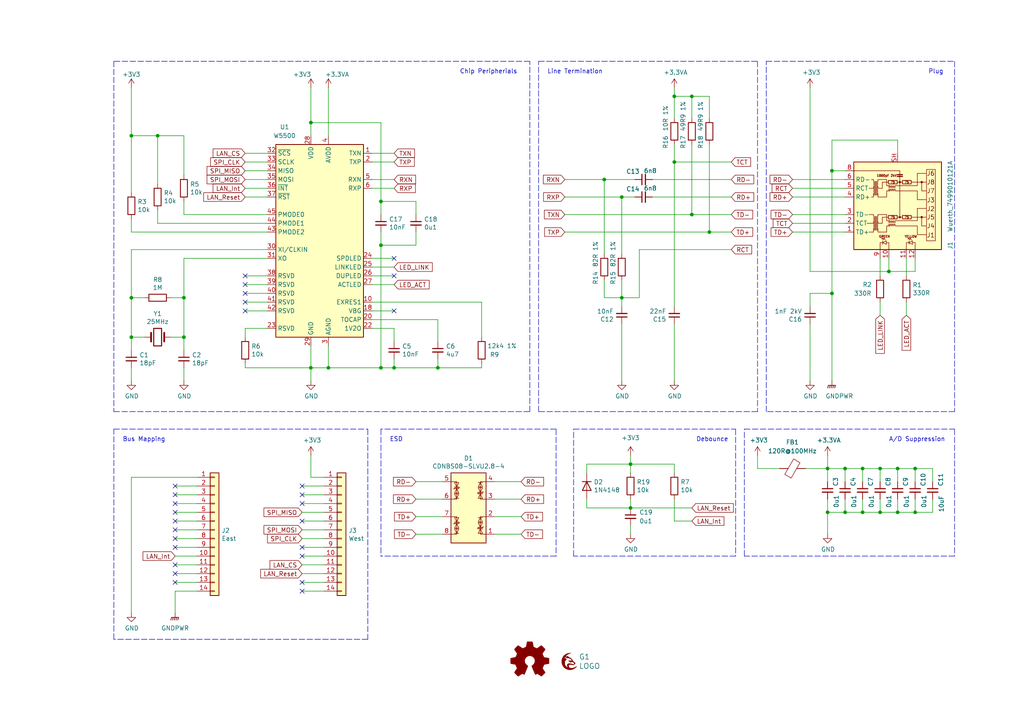
<source format=kicad_sch>
(kicad_sch (version 20211123) (generator eeschema)
  (paper "A4")
  (title_block (title "Inoa Satelite Ethernet Extension") (date "2021-11-11") (rev "2.0") (company "GrayC GmbH") (comment 1 "Fabian Schlegel") (comment 3 "W5500 EThernet Chip") (comment 4 "Ethernet Communication Module for Satellite"))
  (lib_symbols
    (symbol "Connector:Wuerth_7499010121A"
      (property "Reference" "J" (at 12.7 13.97 0))
      (property "Value" "Wuerth_7499010121A" (at 0 -16.51 0))
      (symbol "Wuerth_7499010121A_0_0"
        (text "1000pF 2kV" (at 3.175 -8.763 0) (effects (font (size 0.635 0.635))))
        (text "75" (at -2.667 -6.858 0) (effects (font (size 0.635 0.635))))
        (text "75" (at -2.667 3.302 0) (effects (font (size 0.635 0.635))))
        (text "75" (at 1.397 -6.858 0) (effects (font (size 0.635 0.635))))
        (text "75" (at 1.397 3.302 0) (effects (font (size 0.635 0.635))))
        (text "GREEN" (at 3.81 8.89 0) (effects (font (size 0.635 0.635))))
        (text "J1" (at -10.795 8.509 0) (effects (font (size 1.27 1.27)) (justify left)))
        (text "J2" (at -10.795 0.889 0) (effects (font (size 1.27 1.27)) (justify left)))
        (text "J3" (at -10.795 -1.651 0) (effects (font (size 1.27 1.27)) (justify left)))
        (text "J4" (at -10.795 5.842 0) (effects (font (size 1.27 1.27)) (justify left)))
        (text "J5" (at -10.795 3.302 0) (effects (font (size 1.27 1.27)) (justify left)))
        (text "J6" (at -10.795 -9.398 0) (effects (font (size 1.27 1.27)) (justify left)))
        (text "J7" (at -10.795 -4.318 0) (effects (font (size 1.27 1.27)) (justify left)))
        (text "J8" (at -10.795 -6.858 0) (effects (font (size 1.27 1.27)) (justify left)))
        (text "YELLOW" (at -3.81 8.89 0) (effects (font (size 0.635 0.635))))
      )
      (symbol "Wuerth_7499010121A_1_1"
        (pin passive line (at 15.24 7.62 180) (length 2.54) (name "TD+") (number "1"))
        (pin passive line (at 2.54 15.24 270) (length 2.54) (name "~") (number "10"))
        (pin passive line (at -2.54 15.24 270) (length 2.54) (name "~") (number "11"))
        (pin passive line (at -5.08 15.24 270) (length 2.54) (name "~") (number "12"))
        (pin passive line (at 15.24 5.08 180) (length 2.54) (name "TCT") (number "2"))
        (pin passive line (at 15.24 2.54 180) (length 2.54) (name "TD-") (number "3"))
        (pin passive line (at 15.24 -2.54 180) (length 2.54) (name "RD+") (number "4"))
        (pin passive line (at 15.24 -5.08 180) (length 2.54) (name "RCT") (number "5"))
        (pin passive line (at 15.24 -7.62 180) (length 2.54) (name "RD-") (number "6"))
        (pin passive line (at 15.24 -10.16 180) (length 2.54) (name "~") (number "8"))
        (pin passive line (at 5.08 15.24 270) (length 2.54) (name "~") (number "9"))
        (pin passive line (at 0 -15.24 90) (length 2.54) (name "~") (number "SH"))
      )
    )
    (symbol "Connector_Generic:Conn_01x14" (pin_names (offset 1.016) hide)
      (property "Reference" "J" (at 0 17.78 0))
      (property "Value" "Conn_01x14" (at 0 -20.32 0))
      (symbol "Conn_01x14_1_1"
        (pin passive line (at -5.08 15.24 0) (length 3.81) (name "Pin_1") (number "1"))
        (pin passive line (at -5.08 -7.62 0) (length 3.81) (name "Pin_10") (number "10"))
        (pin passive line (at -5.08 -10.16 0) (length 3.81) (name "Pin_11") (number "11"))
        (pin passive line (at -5.08 -12.7 0) (length 3.81) (name "Pin_12") (number "12"))
        (pin passive line (at -5.08 -15.24 0) (length 3.81) (name "Pin_13") (number "13"))
        (pin passive line (at -5.08 -17.78 0) (length 3.81) (name "Pin_14") (number "14"))
        (pin passive line (at -5.08 12.7 0) (length 3.81) (name "Pin_2") (number "2"))
        (pin passive line (at -5.08 10.16 0) (length 3.81) (name "Pin_3") (number "3"))
        (pin passive line (at -5.08 7.62 0) (length 3.81) (name "Pin_4") (number "4"))
        (pin passive line (at -5.08 5.08 0) (length 3.81) (name "Pin_5") (number "5"))
        (pin passive line (at -5.08 2.54 0) (length 3.81) (name "Pin_6") (number "6"))
        (pin passive line (at -5.08 0 0) (length 3.81) (name "Pin_7") (number "7"))
        (pin passive line (at -5.08 -2.54 0) (length 3.81) (name "Pin_8") (number "8"))
        (pin passive line (at -5.08 -5.08 0) (length 3.81) (name "Pin_9") (number "9"))
      )
    )
    (symbol "Device:C_Small" (pin_numbers hide) (pin_names (offset 0.254) hide)
      (property "Reference" "C" (at 0.254 1.778 0))
      (property "Value" "C_Small" (at 0.254 -2.032 0))
      (symbol "C_Small_1_1"
        (pin passive line (at 0 2.54 270) (length 2.032) (name "~") (number "1"))
        (pin passive line (at 0 -2.54 90) (length 2.032) (name "~") (number "2"))
      )
    )
    (symbol "Device:Crystal" (pin_numbers hide) (pin_names (offset 1.016) hide)
      (property "Reference" "Y" (at 0 3.81 0))
      (property "Value" "Crystal" (at 0 -3.81 0))
      (symbol "Crystal_1_1"
        (pin passive line (at -3.81 0 0) (length 1.27) (name "1") (number "1"))
        (pin passive line (at 3.81 0 180) (length 1.27) (name "2") (number "2"))
      )
    )
    (symbol "Device:FerriteBead" (pin_numbers hide) (pin_names (offset 0))
      (property "Reference" "FB" (at -3.81 0.635 90))
      (property "Value" "FerriteBead" (at 3.81 0 90))
      (symbol "FerriteBead_1_1"
        (pin passive line (at 0 3.81 270) (length 2.54) (name "~") (number "1"))
        (pin passive line (at 0 -3.81 90) (length 2.54) (name "~") (number "2"))
      )
    )
    (symbol "Device:R" (pin_numbers hide) (pin_names (offset 0))
      (property "Reference" "R" (at 2.032 0 90))
      (property "Value" "R" (at 0 0 90))
      (symbol "R_1_1"
        (pin passive line (at 0 3.81 270) (length 1.27) (name "~") (number "1"))
        (pin passive line (at 0 -3.81 90) (length 1.27) (name "~") (number "2"))
      )
    )
    (symbol "Diode:1N4148" (pin_numbers hide) (pin_names (offset 1.016) hide)
      (property "Reference" "D" (at 0 2.54 0))
      (property "Value" "1N4148" (at 0 -2.54 0))
      (symbol "1N4148_1_1"
        (pin passive line (at -3.81 0 0) (length 2.54) (name "K") (number "1"))
        (pin passive line (at 3.81 0 180) (length 2.54) (name "A") (number "2"))
      )
    )
    (symbol "Graphic:Logo_Open_Hardware_Small" (pin_names (offset 1.016)))
    (symbol "Interface_Ethernet:W5500"
      (property "Reference" "U" (at -11.43 29.21 0))
      (property "Value" "W5500" (at 8.89 29.21 0))
      (symbol "W5500_1_1"
        (pin output line (at 15.24 25.4 180) (length 2.54) (name "TXN") (number "1"))
        (pin passive line (at 15.24 -17.78 180) (length 2.54) (name "EXRES1") (number "10"))
        (pin passive line (at 2.54 30.48 270) (length 2.54) hide (name "AVDD") (number "11"))
        (pin no_connect line (at 12.7 7.62 180) (length 2.54) hide (name "NC") (number "12"))
        (pin no_connect line (at 12.7 5.08 180) (length 2.54) hide (name "NC") (number "13"))
        (pin passive line (at 2.54 -30.48 90) (length 2.54) hide (name "AGND") (number "14"))
        (pin passive line (at 2.54 30.48 270) (length 2.54) hide (name "AVDD") (number "15"))
        (pin passive line (at 2.54 -30.48 90) (length 2.54) hide (name "AGND") (number "16"))
        (pin passive line (at 2.54 30.48 270) (length 2.54) hide (name "AVDD") (number "17"))
        (pin passive line (at 15.24 -20.32 180) (length 2.54) (name "VBG") (number "18"))
        (pin passive line (at 2.54 -30.48 90) (length 2.54) hide (name "AGND") (number "19"))
        (pin output line (at 15.24 22.86 180) (length 2.54) (name "TXP") (number "2"))
        (pin passive line (at 15.24 -22.86 180) (length 2.54) (name "TOCAP") (number "20"))
        (pin passive line (at 2.54 30.48 270) (length 2.54) hide (name "AVDD") (number "21"))
        (pin output line (at 15.24 -25.4 180) (length 2.54) (name "1V2O") (number "22"))
        (pin input line (at -15.24 -25.4 0) (length 2.54) (name "RSVD") (number "23"))
        (pin output line (at 15.24 -5.08 180) (length 2.54) (name "SPDLED") (number "24"))
        (pin output line (at 15.24 -7.62 180) (length 2.54) (name "LINKLED") (number "25"))
        (pin output line (at 15.24 -10.16 180) (length 2.54) (name "DUPLED") (number "26"))
        (pin output line (at 15.24 -12.7 180) (length 2.54) (name "ACTLED") (number "27"))
        (pin power_in line (at -2.54 30.48 270) (length 2.54) (name "VDD") (number "28"))
        (pin power_in line (at -2.54 -30.48 90) (length 2.54) (name "GND") (number "29"))
        (pin power_in line (at 2.54 -30.48 90) (length 2.54) (name "AGND") (number "3"))
        (pin input line (at -15.24 -2.54 0) (length 2.54) (name "XI/CLKIN") (number "30"))
        (pin output line (at -15.24 -5.08 0) (length 2.54) (name "XO") (number "31"))
        (pin input line (at -15.24 25.4 0) (length 2.54) (name "~{SCS}") (number "32"))
        (pin input line (at -15.24 22.86 0) (length 2.54) (name "SCLK") (number "33"))
        (pin output line (at -15.24 20.32 0) (length 2.54) (name "MISO") (number "34"))
        (pin input line (at -15.24 17.78 0) (length 2.54) (name "MOSI") (number "35"))
        (pin input line (at -15.24 15.24 0) (length 2.54) (name "~{INT}") (number "36"))
        (pin input line (at -15.24 12.7 0) (length 2.54) (name "~{RST}") (number "37"))
        (pin input line (at -15.24 -10.16 0) (length 2.54) (name "RSVD") (number "38"))
        (pin input line (at -15.24 -12.7 0) (length 2.54) (name "RSVD") (number "39"))
        (pin power_in line (at 2.54 30.48 270) (length 2.54) (name "AVDD") (number "4"))
        (pin input line (at -15.24 -15.24 0) (length 2.54) (name "RSVD") (number "40"))
        (pin input line (at -15.24 -17.78 0) (length 2.54) (name "RSVD") (number "41"))
        (pin input line (at -15.24 -20.32 0) (length 2.54) (name "RSVD") (number "42"))
        (pin input line (at -15.24 2.54 0) (length 2.54) (name "PMODE2") (number "43"))
        (pin input line (at -15.24 5.08 0) (length 2.54) (name "PMODE1") (number "44"))
        (pin input line (at -15.24 7.62 0) (length 2.54) (name "PMODE0") (number "45"))
        (pin no_connect line (at 12.7 2.54 180) (length 2.54) hide (name "NC") (number "46"))
        (pin no_connect line (at 12.7 0 180) (length 2.54) hide (name "NC") (number "47"))
        (pin passive line (at 2.54 -30.48 90) (length 2.54) hide (name "AGND") (number "48"))
        (pin input line (at 15.24 17.78 180) (length 2.54) (name "RXN") (number "5"))
        (pin input line (at 15.24 15.24 180) (length 2.54) (name "RXP") (number "6"))
        (pin no_connect line (at 12.7 10.16 180) (length 2.54) hide (name "DNC") (number "7"))
        (pin passive line (at 2.54 30.48 270) (length 2.54) hide (name "AVDD") (number "8"))
        (pin passive line (at 2.54 -30.48 90) (length 2.54) hide (name "AGND") (number "9"))
      )
    )
    (symbol "Power_Protection:CDNBS08-SLVU2.8-4" (pin_names hide)
      (property "Reference" "D" (at 1.27 11.43 0))
      (property "Value" "CDNBS08-SLVU2.8-4" (at -8.89 -11.43 0))
      (symbol "CDNBS08-SLVU2.8-4_1_1"
        (pin passive line (at 7.62 -7.62 180) (length 2.54) (name "TVS1") (number "1"))
        (pin passive line (at 7.62 -2.54 180) (length 2.54) (name "TVS2") (number "2"))
        (pin passive line (at 7.62 2.54 180) (length 2.54) (name "TVS1") (number "3"))
        (pin passive line (at 7.62 7.62 180) (length 2.54) (name "TVS2") (number "4"))
        (pin passive line (at -7.62 7.62 0) (length 2.54) (name "TVS1") (number "5"))
        (pin passive line (at -7.62 2.54 0) (length 2.54) (name "TVS2") (number "6"))
        (pin passive line (at -7.62 -2.54 0) (length 2.54) (name "TVS1") (number "7"))
        (pin passive line (at -7.62 -7.62 0) (length 2.54) (name "TVS2") (number "8"))
      )
    )
    (symbol "grayc-logo-negative:LOGO" (pin_names (offset 1.016)))
    (symbol "power:+3.3VA" (power) (pin_names (offset 0))
      (property "Value" "+3.3VA" (at 0 3.556 0))
      (symbol "+3.3VA_1_1"
        (pin power_in line (at 0 0 90) (length 0) hide (name "+3.3VA") (number "1"))
      )
    )
    (symbol "power:+3V3" (power) (pin_names (offset 0))
      (property "Value" "+3V3" (at 0 3.556 0))
      (symbol "+3V3_1_1"
        (pin power_in line (at 0 0 90) (length 0) hide (name "+3V3") (number "1"))
      )
    )
    (symbol "power:GND" (power) (pin_names (offset 0))
      (property "Value" "GND" (at 0 -3.81 0))
      (symbol "GND_1_1"
        (pin power_in line (at 0 0 270) (length 0) hide (name "GND") (number "1"))
      )
    )
    (symbol "power:GNDPWR" (power) (pin_names (offset 0))
      (property "Value" "GNDPWR" (at 0 -3.302 0))
      (symbol "GNDPWR_1_1"
        (pin power_in line (at 0 0 270) (length 0) hide (name "GNDPWR") (number "1"))
      )
    )
  )
  (junction (at 250.19 135.89))
  (junction (at 90.17 35.56))
  (junction (at 175.26 52.07))
  (junction (at 255.27 148.59))
  (junction (at 200.66 62.23))
  (junction (at 240.03 148.59))
  (junction (at 180.34 86.36))
  (junction (at 260.35 135.89))
  (junction (at 53.34 86.36))
  (junction (at 182.88 147.32))
  (junction (at 110.49 58.42))
  (junction (at 110.49 71.12))
  (junction (at 90.17 106.68))
  (junction (at 53.34 97.79))
  (junction (at 110.49 106.68))
  (junction (at 180.34 57.15))
  (junction (at 240.03 135.89))
  (junction (at 182.88 134.62))
  (junction (at 241.3 85.09))
  (junction (at 245.11 135.89))
  (junction (at 38.1 39.37))
  (junction (at 195.58 27.94))
  (junction (at 45.72 39.37))
  (junction (at 245.11 148.59))
  (junction (at 38.1 97.79))
  (junction (at 38.1 86.36))
  (junction (at 250.19 148.59))
  (junction (at 127 106.68))
  (junction (at 255.27 135.89))
  (junction (at 257.81 78.74))
  (junction (at 95.25 106.68))
  (junction (at 260.35 148.59))
  (junction (at 195.58 46.99))
  (junction (at 265.43 135.89))
  (junction (at 241.3 49.53))
  (junction (at 205.74 67.31))
  (junction (at 265.43 148.59))
  (junction (at 200.66 27.94))
  (junction (at 114.3 106.68))
  (no_connect (at 50.8 156.21))
  (no_connect (at 50.8 166.37))
  (no_connect (at 50.8 146.05))
  (no_connect (at 114.3 90.17))
  (no_connect (at 50.8 168.91))
  (no_connect (at 87.63 158.75))
  (no_connect (at 87.63 151.13))
  (no_connect (at 50.8 153.67))
  (no_connect (at 114.3 74.93))
  (no_connect (at 87.63 161.29))
  (no_connect (at 50.8 163.83))
  (no_connect (at 87.63 146.05))
  (no_connect (at 71.12 87.63))
  (no_connect (at 50.8 158.75))
  (no_connect (at 71.12 80.01))
  (no_connect (at 50.8 140.97))
  (no_connect (at 114.3 80.01))
  (no_connect (at 71.12 90.17))
  (no_connect (at 87.63 171.45))
  (no_connect (at 87.63 143.51))
  (no_connect (at 87.63 168.91))
  (no_connect (at 50.8 143.51))
  (no_connect (at 50.8 148.59))
  (no_connect (at 50.8 151.13))
  (no_connect (at 71.12 82.55))
  (no_connect (at 87.63 140.97))
  (no_connect (at 71.12 85.09))
  (wire (pts (xy 110.49 106.68) (xy 114.3 106.68)))
  (wire (pts (xy 120.65 62.23) (xy 120.65 58.42)))
  (wire (pts (xy 114.3 106.68) (xy 127 106.68)))
  (wire (pts (xy 50.8 161.29) (xy 57.15 161.29)))
  (wire (pts (xy 110.49 35.56) (xy 110.49 58.42)))
  (wire (pts (xy 241.3 49.53) (xy 241.3 85.09)))
  (wire (pts (xy 143.51 139.7) (xy 151.13 139.7)))
  (wire (pts (xy 50.8 163.83) (xy 57.15 163.83)))
  (wire (pts (xy 71.12 80.01) (xy 77.47 80.01)))
  (wire (pts (xy 71.12 90.17) (xy 77.47 90.17)))
  (wire (pts (xy 200.66 62.23) (xy 212.09 62.23)))
  (wire (pts (xy 127 106.68) (xy 139.7 106.68)))
  (wire (pts (xy 175.26 81.28) (xy 175.26 86.36)))
  (wire (pts (xy 195.58 144.78) (xy 195.58 151.13)))
  (wire (pts (xy 200.66 62.23) (xy 200.66 41.91)))
  (wire (pts (xy 87.63 171.45) (xy 93.98 171.45)))
  (wire (pts (xy 143.51 149.86) (xy 151.13 149.86)))
  (polyline (pts (xy 219.71 119.38) (xy 156.21 119.38)))
  (polyline (pts (xy 276.86 119.38) (xy 222.25 119.38)))
  (wire (pts (xy 107.95 92.71) (xy 127 92.71)))
  (wire (pts (xy 182.88 147.32) (xy 182.88 144.78)))
  (wire (pts (xy 50.8 140.97) (xy 57.15 140.97)))
  (wire (pts (xy 265.43 78.74) (xy 265.43 74.93)))
  (wire (pts (xy 71.12 95.25) (xy 77.47 95.25)))
  (wire (pts (xy 195.58 41.91) (xy 195.58 46.99)))
  (wire (pts (xy 180.34 93.98) (xy 180.34 110.49)))
  (wire (pts (xy 195.58 151.13) (xy 200.66 151.13)))
  (wire (pts (xy 87.63 163.83) (xy 93.98 163.83)))
  (wire (pts (xy 107.95 44.45) (xy 114.3 44.45)))
  (wire (pts (xy 250.19 135.89) (xy 255.27 135.89)))
  (wire (pts (xy 234.95 85.09) (xy 241.3 85.09)))
  (wire (pts (xy 90.17 138.43) (xy 93.98 138.43)))
  (wire (pts (xy 240.03 135.89) (xy 245.11 135.89)))
  (wire (pts (xy 127 106.68) (xy 127 104.14)))
  (wire (pts (xy 87.63 146.05) (xy 93.98 146.05)))
  (wire (pts (xy 50.8 156.21) (xy 57.15 156.21)))
  (wire (pts (xy 50.8 151.13) (xy 57.15 151.13)))
  (wire (pts (xy 139.7 106.68) (xy 139.7 105.41)))
  (polyline (pts (xy 215.9 124.46) (xy 276.86 124.46)))
  (wire (pts (xy 87.63 143.51) (xy 93.98 143.51)))
  (wire (pts (xy 229.87 64.77) (xy 245.11 64.77)))
  (wire (pts (xy 240.03 144.78) (xy 240.03 148.59)))
  (wire (pts (xy 260.35 148.59) (xy 265.43 148.59)))
  (polyline (pts (xy 33.02 185.42) (xy 33.02 124.46)))
  (wire (pts (xy 38.1 138.43) (xy 38.1 177.8)))
  (wire (pts (xy 189.23 52.07) (xy 212.09 52.07)))
  (wire (pts (xy 195.58 134.62) (xy 195.58 137.16)))
  (wire (pts (xy 163.83 52.07) (xy 175.26 52.07)))
  (polyline (pts (xy 156.21 119.38) (xy 156.21 17.78)))
  (wire (pts (xy 260.35 44.45) (xy 260.35 40.64)))
  (wire (pts (xy 49.53 97.79) (xy 53.34 97.79)))
  (wire (pts (xy 260.35 40.64) (xy 241.3 40.64)))
  (wire (pts (xy 53.34 106.68) (xy 53.34 110.49)))
  (wire (pts (xy 38.1 25.4) (xy 38.1 39.37)))
  (wire (pts (xy 38.1 97.79) (xy 41.91 97.79)))
  (polyline (pts (xy 156.21 17.78) (xy 219.71 17.78)))
  (polyline (pts (xy 153.67 17.78) (xy 33.02 17.78)))
  (wire (pts (xy 90.17 100.33) (xy 90.17 106.68)))
  (wire (pts (xy 205.74 67.31) (xy 205.74 41.91)))
  (polyline (pts (xy 161.29 161.29) (xy 110.49 161.29)))
  (polyline (pts (xy 213.36 161.29) (xy 166.37 161.29)))
  (wire (pts (xy 163.83 62.23) (xy 200.66 62.23)))
  (wire (pts (xy 185.42 86.36) (xy 185.42 72.39)))
  (wire (pts (xy 38.1 101.6) (xy 38.1 97.79)))
  (wire (pts (xy 90.17 132.08) (xy 90.17 138.43)))
  (wire (pts (xy 260.35 135.89) (xy 260.35 139.7)))
  (wire (pts (xy 195.58 27.94) (xy 195.58 25.4)))
  (wire (pts (xy 87.63 168.91) (xy 93.98 168.91)))
  (polyline (pts (xy 276.86 161.29) (xy 215.9 161.29)))
  (polyline (pts (xy 106.68 124.46) (xy 106.68 185.42)))
  (wire (pts (xy 182.88 134.62) (xy 182.88 132.08)))
  (wire (pts (xy 219.71 132.08) (xy 219.71 135.89)))
  (wire (pts (xy 95.25 106.68) (xy 110.49 106.68)))
  (wire (pts (xy 195.58 46.99) (xy 195.58 88.9)))
  (wire (pts (xy 163.83 67.31) (xy 205.74 67.31)))
  (polyline (pts (xy 276.86 17.78) (xy 276.86 119.38)))
  (polyline (pts (xy 215.9 161.29) (xy 215.9 124.46)))
  (wire (pts (xy 87.63 156.21) (xy 93.98 156.21)))
  (wire (pts (xy 262.89 87.63) (xy 262.89 91.44)))
  (wire (pts (xy 265.43 135.89) (xy 270.51 135.89)))
  (wire (pts (xy 110.49 71.12) (xy 110.49 106.68)))
  (wire (pts (xy 182.88 134.62) (xy 182.88 137.16)))
  (wire (pts (xy 265.43 135.89) (xy 265.43 139.7)))
  (wire (pts (xy 139.7 87.63) (xy 139.7 97.79)))
  (wire (pts (xy 255.27 135.89) (xy 255.27 139.7)))
  (wire (pts (xy 38.1 72.39) (xy 77.47 72.39)))
  (polyline (pts (xy 106.68 185.42) (xy 33.02 185.42)))
  (wire (pts (xy 38.1 67.31) (xy 38.1 63.5)))
  (wire (pts (xy 38.1 97.79) (xy 38.1 86.36)))
  (polyline (pts (xy 276.86 124.46) (xy 276.86 161.29)))
  (wire (pts (xy 107.95 77.47) (xy 114.3 77.47)))
  (wire (pts (xy 240.03 135.89) (xy 240.03 132.08)))
  (wire (pts (xy 53.34 86.36) (xy 53.34 74.93)))
  (polyline (pts (xy 161.29 124.46) (xy 110.49 124.46)))
  (wire (pts (xy 185.42 86.36) (xy 180.34 86.36)))
  (wire (pts (xy 49.53 86.36) (xy 53.34 86.36)))
  (wire (pts (xy 114.3 90.17) (xy 107.95 90.17)))
  (wire (pts (xy 250.19 148.59) (xy 255.27 148.59)))
  (wire (pts (xy 71.12 85.09) (xy 77.47 85.09)))
  (wire (pts (xy 260.35 135.89) (xy 265.43 135.89)))
  (polyline (pts (xy 219.71 17.78) (xy 219.71 119.38)))
  (wire (pts (xy 245.11 135.89) (xy 245.11 139.7)))
  (wire (pts (xy 71.12 95.25) (xy 71.12 97.79)))
  (wire (pts (xy 260.35 144.78) (xy 260.35 148.59)))
  (wire (pts (xy 107.95 54.61) (xy 114.3 54.61)))
  (wire (pts (xy 107.95 95.25) (xy 114.3 95.25)))
  (wire (pts (xy 195.58 27.94) (xy 195.58 34.29)))
  (wire (pts (xy 50.8 177.8) (xy 50.8 171.45)))
  (wire (pts (xy 175.26 52.07) (xy 184.15 52.07)))
  (wire (pts (xy 71.12 49.53) (xy 77.47 49.53)))
  (wire (pts (xy 182.88 134.62) (xy 195.58 134.62)))
  (wire (pts (xy 182.88 152.4) (xy 182.88 154.94)))
  (wire (pts (xy 128.27 149.86) (xy 120.65 149.86)))
  (polyline (pts (xy 110.49 124.46) (xy 110.49 161.29)))
  (wire (pts (xy 107.95 46.99) (xy 114.3 46.99)))
  (wire (pts (xy 257.81 74.93) (xy 257.81 78.74)))
  (wire (pts (xy 270.51 144.78) (xy 270.51 148.59)))
  (wire (pts (xy 255.27 135.89) (xy 260.35 135.89)))
  (wire (pts (xy 50.8 168.91) (xy 57.15 168.91)))
  (wire (pts (xy 175.26 86.36) (xy 180.34 86.36)))
  (wire (pts (xy 71.12 52.07) (xy 77.47 52.07)))
  (wire (pts (xy 71.12 44.45) (xy 77.47 44.45)))
  (wire (pts (xy 38.1 67.31) (xy 77.47 67.31)))
  (wire (pts (xy 87.63 153.67) (xy 93.98 153.67)))
  (polyline (pts (xy 213.36 124.46) (xy 213.36 161.29)))
  (wire (pts (xy 120.65 144.78) (xy 128.27 144.78)))
  (wire (pts (xy 170.18 134.62) (xy 182.88 134.62)))
  (wire (pts (xy 182.88 147.32) (xy 200.66 147.32)))
  (wire (pts (xy 120.65 67.31) (xy 120.65 71.12)))
  (wire (pts (xy 240.03 135.89) (xy 240.03 139.7)))
  (wire (pts (xy 189.23 57.15) (xy 212.09 57.15)))
  (wire (pts (xy 95.25 25.4) (xy 95.25 39.37)))
  (wire (pts (xy 38.1 138.43) (xy 57.15 138.43)))
  (wire (pts (xy 245.11 144.78) (xy 245.11 148.59)))
  (wire (pts (xy 90.17 35.56) (xy 110.49 35.56)))
  (wire (pts (xy 107.95 82.55) (xy 114.3 82.55)))
  (polyline (pts (xy 33.02 124.46) (xy 106.68 124.46)))
  (wire (pts (xy 90.17 106.68) (xy 95.25 106.68)))
  (wire (pts (xy 50.8 171.45) (xy 57.15 171.45)))
  (wire (pts (xy 90.17 25.4) (xy 90.17 35.56)))
  (wire (pts (xy 170.18 137.16) (xy 170.18 134.62)))
  (wire (pts (xy 53.34 62.23) (xy 77.47 62.23)))
  (wire (pts (xy 241.3 110.49) (xy 241.3 85.09)))
  (wire (pts (xy 45.72 53.34) (xy 45.72 39.37)))
  (wire (pts (xy 38.1 106.68) (xy 38.1 110.49)))
  (wire (pts (xy 205.74 27.94) (xy 205.74 34.29)))
  (wire (pts (xy 195.58 93.98) (xy 195.58 110.49)))
  (wire (pts (xy 71.12 46.99) (xy 77.47 46.99)))
  (wire (pts (xy 114.3 74.93) (xy 107.95 74.93)))
  (wire (pts (xy 87.63 151.13) (xy 93.98 151.13)))
  (wire (pts (xy 229.87 67.31) (xy 245.11 67.31)))
  (wire (pts (xy 143.51 144.78) (xy 151.13 144.78)))
  (wire (pts (xy 212.09 72.39) (xy 185.42 72.39)))
  (wire (pts (xy 229.87 62.23) (xy 245.11 62.23)))
  (wire (pts (xy 143.51 154.94) (xy 151.13 154.94)))
  (wire (pts (xy 180.34 57.15) (xy 180.34 73.66)))
  (wire (pts (xy 245.11 135.89) (xy 250.19 135.89)))
  (wire (pts (xy 45.72 64.77) (xy 77.47 64.77)))
  (wire (pts (xy 234.95 78.74) (xy 234.95 25.4)))
  (wire (pts (xy 87.63 158.75) (xy 93.98 158.75)))
  (wire (pts (xy 120.65 154.94) (xy 128.27 154.94)))
  (wire (pts (xy 50.8 166.37) (xy 57.15 166.37)))
  (wire (pts (xy 53.34 97.79) (xy 53.34 101.6)))
  (wire (pts (xy 95.25 106.68) (xy 95.25 100.33)))
  (wire (pts (xy 245.11 49.53) (xy 241.3 49.53)))
  (wire (pts (xy 180.34 86.36) (xy 180.34 88.9)))
  (wire (pts (xy 114.3 95.25) (xy 114.3 99.06)))
  (wire (pts (xy 195.58 46.99) (xy 212.09 46.99)))
  (wire (pts (xy 270.51 135.89) (xy 270.51 139.7)))
  (wire (pts (xy 71.12 87.63) (xy 77.47 87.63)))
  (wire (pts (xy 265.43 144.78) (xy 265.43 148.59)))
  (wire (pts (xy 255.27 144.78) (xy 255.27 148.59)))
  (wire (pts (xy 53.34 74.93) (xy 77.47 74.93)))
  (wire (pts (xy 71.12 106.68) (xy 90.17 106.68)))
  (wire (pts (xy 255.27 148.59) (xy 260.35 148.59)))
  (polyline (pts (xy 166.37 124.46) (xy 213.36 124.46)))
  (wire (pts (xy 245.11 148.59) (xy 250.19 148.59)))
  (wire (pts (xy 87.63 161.29) (xy 93.98 161.29)))
  (wire (pts (xy 255.27 74.93) (xy 255.27 80.01)))
  (wire (pts (xy 50.8 158.75) (xy 57.15 158.75)))
  (polyline (pts (xy 153.67 119.38) (xy 153.67 17.78)))
  (wire (pts (xy 110.49 67.31) (xy 110.49 71.12)))
  (wire (pts (xy 120.65 71.12) (xy 110.49 71.12)))
  (wire (pts (xy 240.03 148.59) (xy 240.03 154.94)))
  (wire (pts (xy 107.95 52.07) (xy 114.3 52.07)))
  (wire (pts (xy 257.81 78.74) (xy 234.95 78.74)))
  (wire (pts (xy 53.34 62.23) (xy 53.34 58.42)))
  (polyline (pts (xy 222.25 119.38) (xy 222.25 17.78)))
  (wire (pts (xy 229.87 57.15) (xy 245.11 57.15)))
  (wire (pts (xy 87.63 140.97) (xy 93.98 140.97)))
  (wire (pts (xy 38.1 39.37) (xy 38.1 55.88)))
  (polyline (pts (xy 33.02 119.38) (xy 153.67 119.38)))
  (wire (pts (xy 71.12 57.15) (xy 77.47 57.15)))
  (wire (pts (xy 114.3 80.01) (xy 107.95 80.01)))
  (wire (pts (xy 265.43 148.59) (xy 270.51 148.59)))
  (wire (pts (xy 90.17 35.56) (xy 90.17 39.37)))
  (wire (pts (xy 71.12 54.61) (xy 77.47 54.61)))
  (wire (pts (xy 195.58 27.94) (xy 200.66 27.94)))
  (wire (pts (xy 234.95 88.9) (xy 234.95 85.09)))
  (wire (pts (xy 50.8 148.59) (xy 57.15 148.59)))
  (wire (pts (xy 229.87 54.61) (xy 245.11 54.61)))
  (polyline (pts (xy 166.37 161.29) (xy 166.37 124.46)))
  (wire (pts (xy 127 92.71) (xy 127 99.06)))
  (wire (pts (xy 110.49 58.42) (xy 110.49 62.23)))
  (wire (pts (xy 257.81 78.74) (xy 265.43 78.74)))
  (wire (pts (xy 175.26 52.07) (xy 175.26 73.66)))
  (wire (pts (xy 114.3 106.68) (xy 114.3 104.14)))
  (polyline (pts (xy 161.29 124.46) (xy 161.29 161.29)))
  (wire (pts (xy 87.63 148.59) (xy 93.98 148.59)))
  (wire (pts (xy 170.18 147.32) (xy 182.88 147.32)))
  (wire (pts (xy 219.71 135.89) (xy 226.06 135.89)))
  (wire (pts (xy 71.12 105.41) (xy 71.12 106.68)))
  (wire (pts (xy 120.65 58.42) (xy 110.49 58.42)))
  (wire (pts (xy 262.89 74.93) (xy 262.89 80.01)))
  (wire (pts (xy 180.34 57.15) (xy 184.15 57.15)))
  (wire (pts (xy 205.74 67.31) (xy 212.09 67.31)))
  (wire (pts (xy 180.34 81.28) (xy 180.34 86.36)))
  (wire (pts (xy 50.8 153.67) (xy 57.15 153.67)))
  (polyline (pts (xy 222.25 17.78) (xy 276.86 17.78)))
  (wire (pts (xy 120.65 139.7) (xy 128.27 139.7)))
  (wire (pts (xy 90.17 106.68) (xy 90.17 110.49)))
  (wire (pts (xy 163.83 57.15) (xy 180.34 57.15)))
  (wire (pts (xy 53.34 97.79) (xy 53.34 86.36)))
  (wire (pts (xy 255.27 87.63) (xy 255.27 91.44)))
  (wire (pts (xy 200.66 27.94) (xy 200.66 34.29)))
  (wire (pts (xy 50.8 146.05) (xy 57.15 146.05)))
  (wire (pts (xy 200.66 27.94) (xy 205.74 27.94)))
  (polyline (pts (xy 33.02 17.78) (xy 33.02 119.38)))
  (wire (pts (xy 241.3 40.64) (xy 241.3 49.53)))
  (wire (pts (xy 170.18 144.78) (xy 170.18 147.32)))
  (wire (pts (xy 229.87 52.07) (xy 245.11 52.07)))
  (wire (pts (xy 38.1 86.36) (xy 38.1 72.39)))
  (wire (pts (xy 107.95 87.63) (xy 139.7 87.63)))
  (wire (pts (xy 53.34 50.8) (xy 53.34 39.37)))
  (wire (pts (xy 87.63 166.37) (xy 93.98 166.37)))
  (wire (pts (xy 50.8 143.51) (xy 57.15 143.51)))
  (wire (pts (xy 250.19 135.89) (xy 250.19 139.7)))
  (wire (pts (xy 234.95 93.98) (xy 234.95 110.49)))
  (wire (pts (xy 45.72 64.77) (xy 45.72 60.96)))
  (wire (pts (xy 71.12 82.55) (xy 77.47 82.55)))
  (wire (pts (xy 53.34 39.37) (xy 45.72 39.37)))
  (wire (pts (xy 38.1 86.36) (xy 41.91 86.36)))
  (wire (pts (xy 233.68 135.89) (xy 240.03 135.89)))
  (wire (pts (xy 45.72 39.37) (xy 38.1 39.37)))
  (wire (pts (xy 240.03 148.59) (xy 245.11 148.59)))
  (wire (pts (xy 250.19 144.78) (xy 250.19 148.59)))
  (text "ESD" (at 113.03 128.27 0) (effects (font (size 1.27 1.27)) (justify left bottom)))
  (text "Debounce" (at 201.93 128.27 0) (effects (font (size 1.27 1.27)) (justify left bottom)))
  (text "A/D Suppression" (at 257.81 128.27 0) (effects (font (size 1.27 1.27)) (justify left bottom)))
  (text "Chip Peripherials" (at 133.35 21.59 0) (effects (font (size 1.27 1.27)) (justify left bottom)))
  (text "Plug" (at 269.24 21.59 0) (effects (font (size 1.27 1.27)) (justify left bottom)))
  (text "Line Termination" (at 158.75 21.59 0) (effects (font (size 1.27 1.27)) (justify left bottom)))
  (text "Bus Mapping" (at 35.56 128.27 0) (effects (font (size 1.27 1.27)) (justify left bottom)))
  (global_label "TD+" (shape input) (at 212.09 67.31 0) (property "Intersheet References" "${INTERSHEET_REFS}" (effects hide)))
  (global_label "LED_LINK" (shape input) (at 114.3 77.47 0) (property "Intersheet References" "${INTERSHEET_REFS}" (effects hide)))
  (global_label "SPI_MOSI" (shape input) (at 71.12 52.07 180) (property "Intersheet References" "${INTERSHEET_REFS}" (effects hide)))
  (global_label "TD-" (shape input) (at 151.13 154.94 0) (property "Intersheet References" "${INTERSHEET_REFS}" (effects hide)))
  (global_label "TCT" (shape input) (at 229.87 64.77 180) (property "Intersheet References" "${INTERSHEET_REFS}" (effects hide)))
  (global_label "LAN_Int" (shape input) (at 200.66 151.13 0) (property "Intersheet References" "${INTERSHEET_REFS}" (effects hide)))
  (global_label "RD-" (shape input) (at 120.65 139.7 180) (property "Intersheet References" "${INTERSHEET_REFS}" (effects hide)))
  (global_label "TXN" (shape input) (at 114.3 44.45 0) (property "Intersheet References" "${INTERSHEET_REFS}" (effects hide)))
  (global_label "RD-" (shape input) (at 212.09 52.07 0) (property "Intersheet References" "${INTERSHEET_REFS}" (effects hide)))
  (global_label "RXP" (shape input) (at 163.83 57.15 180) (property "Intersheet References" "${INTERSHEET_REFS}" (effects hide)))
  (global_label "SPI_MISO" (shape input) (at 71.12 49.53 180) (property "Intersheet References" "${INTERSHEET_REFS}" (effects hide)))
  (global_label "TD+" (shape input) (at 151.13 149.86 0) (property "Intersheet References" "${INTERSHEET_REFS}" (effects hide)))
  (global_label "TXP" (shape input) (at 114.3 46.99 0) (property "Intersheet References" "${INTERSHEET_REFS}" (effects hide)))
  (global_label "TXN" (shape input) (at 163.83 62.23 180) (property "Intersheet References" "${INTERSHEET_REFS}" (effects hide)))
  (global_label "TD+" (shape input) (at 120.65 149.86 180) (property "Intersheet References" "${INTERSHEET_REFS}" (effects hide)))
  (global_label "LAN_Reset" (shape input) (at 71.12 57.15 180) (property "Intersheet References" "${INTERSHEET_REFS}" (effects hide)))
  (global_label "LED_ACT" (shape input) (at 114.3 82.55 0) (property "Intersheet References" "${INTERSHEET_REFS}" (effects hide)))
  (global_label "SPI_MISO" (shape input) (at 87.63 148.59 180) (property "Intersheet References" "${INTERSHEET_REFS}" (effects hide)))
  (global_label "LAN_Reset" (shape input) (at 87.63 166.37 180) (property "Intersheet References" "${INTERSHEET_REFS}" (effects hide)))
  (global_label "LAN_Int" (shape input) (at 50.8 161.29 180) (property "Intersheet References" "${INTERSHEET_REFS}" (effects hide)))
  (global_label "TD-" (shape input) (at 229.87 62.23 180) (property "Intersheet References" "${INTERSHEET_REFS}" (effects hide)))
  (global_label "SPI_CLK" (shape input) (at 87.63 156.21 180) (property "Intersheet References" "${INTERSHEET_REFS}" (effects hide)))
  (global_label "RXP" (shape input) (at 114.3 54.61 0) (property "Intersheet References" "${INTERSHEET_REFS}" (effects hide)))
  (global_label "LED_ACT" (shape input) (at 262.89 91.44 270) (property "Intersheet References" "${INTERSHEET_REFS}" (effects hide)))
  (global_label "TD+" (shape input) (at 229.87 67.31 180) (property "Intersheet References" "${INTERSHEET_REFS}" (effects hide)))
  (global_label "RD+" (shape input) (at 151.13 144.78 0) (property "Intersheet References" "${INTERSHEET_REFS}" (effects hide)))
  (global_label "RD-" (shape input) (at 229.87 52.07 180) (property "Intersheet References" "${INTERSHEET_REFS}" (effects hide)))
  (global_label "RD+" (shape input) (at 229.87 57.15 180) (property "Intersheet References" "${INTERSHEET_REFS}" (effects hide)))
  (global_label "LAN_Int" (shape input) (at 71.12 54.61 180) (property "Intersheet References" "${INTERSHEET_REFS}" (effects hide)))
  (global_label "LED_LINK" (shape input) (at 255.27 91.44 270) (property "Intersheet References" "${INTERSHEET_REFS}" (effects hide)))
  (global_label "TXP" (shape input) (at 163.83 67.31 180) (property "Intersheet References" "${INTERSHEET_REFS}" (effects hide)))
  (global_label "RXN" (shape input) (at 114.3 52.07 0) (property "Intersheet References" "${INTERSHEET_REFS}" (effects hide)))
  (global_label "RCT" (shape input) (at 212.09 72.39 0) (property "Intersheet References" "${INTERSHEET_REFS}" (effects hide)))
  (global_label "RD-" (shape input) (at 151.13 139.7 0) (property "Intersheet References" "${INTERSHEET_REFS}" (effects hide)))
  (global_label "TCT" (shape input) (at 212.09 46.99 0) (property "Intersheet References" "${INTERSHEET_REFS}" (effects hide)))
  (global_label "RD+" (shape input) (at 120.65 144.78 180) (property "Intersheet References" "${INTERSHEET_REFS}" (effects hide)))
  (global_label "SPI_MOSI" (shape input) (at 87.63 153.67 180) (property "Intersheet References" "${INTERSHEET_REFS}" (effects hide)))
  (global_label "RCT" (shape input) (at 229.87 54.61 180) (property "Intersheet References" "${INTERSHEET_REFS}" (effects hide)))
  (global_label "LAN_CS" (shape input) (at 87.63 163.83 180) (property "Intersheet References" "${INTERSHEET_REFS}" (effects hide)))
  (global_label "SPI_CLK" (shape input) (at 71.12 46.99 180) (property "Intersheet References" "${INTERSHEET_REFS}" (effects hide)))
  (global_label "RXN" (shape input) (at 163.83 52.07 180) (property "Intersheet References" "${INTERSHEET_REFS}" (effects hide)))
  (global_label "TD-" (shape input) (at 120.65 154.94 180) (property "Intersheet References" "${INTERSHEET_REFS}" (effects hide)))
  (global_label "RD+" (shape input) (at 212.09 57.15 0) (property "Intersheet References" "${INTERSHEET_REFS}" (effects hide)))
  (global_label "LAN_CS" (shape input) (at 71.12 44.45 180) (property "Intersheet References" "${INTERSHEET_REFS}" (effects hide)))
  (global_label "LAN_Reset" (shape input) (at 200.66 147.32 0) (property "Intersheet References" "${INTERSHEET_REFS}" (effects hide)))
  (global_label "TD-" (shape input) (at 212.09 62.23 0) (property "Intersheet References" "${INTERSHEET_REFS}" (effects hide)))
  (symbol (lib_id "Interface_Ethernet:W5500") (at 92.71 69.85 0) (unit 1)
    (property "Reference" "U1" (at 82.55 36.83 0))
    (property "Value" "W5500" (at 82.55 39.37 0))
    (property "Footprint" "Package_QFP:LQFP-48_7x7mm_P0.5mm" (effects hide))
    (property "Datasheet" "http://wizwiki.net/wiki/lib/exe/fetch.php/products:w5500:w5500_ds_v109e.pdf" (effects hide))
    (property "manf#" "W5500" (effects hide))
    (property "mouser#" "950-W5500" (effects hide))
  )
  (symbol (lib_id "Device:Crystal") (at 45.72 97.79 0) (unit 1)
    (property "Reference" "Y1" (at 45.72 90.9828 0))
    (property "Value" "25MHz" (at 45.72 93.2942 0))
    (property "Footprint" "Crystal:Crystal_SMD_0603-2Pin_6.0x3.5mm_HandSoldering" (effects hide))
    (property "manf#" "ECS-250-18-23A-TR" (effects hide))
    (property "mouser#" "520-250-18-23A" (effects hide))
  )
  (symbol (lib_id "Device:R") (at 255.27 83.82 180) (unit 1)
    (property "Reference" "R2" (at 250.19 82.55 0) (effects (justify right)))
    (property "Value" "330R" (at 247.65 85.09 0) (effects (justify right)))
    (property "Footprint" "Resistor_SMD:R_0603_1608Metric_Pad0.98x0.95mm_HandSolder" (effects hide))
    (property "manf#" "CR0603-FX-3300ELF" (effects hide))
    (property "mouser#" "652-CR0603FX-3300ELF" (effects hide))
  )
  (symbol (lib_id "Device:R") (at 262.89 83.82 180) (unit 1)
    (property "Reference" "R1" (at 264.668 82.6516 0) (effects (justify right)))
    (property "Value" "330R" (at 264.668 84.963 0) (effects (justify right)))
    (property "Footprint" "Resistor_SMD:R_0603_1608Metric_Pad0.98x0.95mm_HandSolder" (effects hide))
    (property "manf#" "CR0603-FX-3300ELF" (effects hide))
    (property "mouser#" "652-CR0603FX-3300ELF" (effects hide))
  )
  (symbol (lib_id "Power_Protection:CDNBS08-SLVU2.8-4") (at 135.89 147.32 0) (unit 1)
    (property "Reference" "D1" (at 135.89 132.9182 0))
    (property "Value" "CDNBS08-SLVU2.8-4" (at 135.89 135.2296 0))
    (property "Footprint" "Package_SO:SOIC-8_3.9x4.9mm_P1.27mm" (effects hide))
    (property "Datasheet" "https://www.bourns.com/pdfs/CDNBS08-SLVU28-4.pdf" (effects hide))
    (property "manf#" "CDNBS08-SLVU2.8-4" (effects hide))
    (property "mouser#" "652-CDNBS08SLVU2.8-4" (effects hide))
  )
  (symbol (lib_id "Device:C_Small") (at 53.34 104.14 0) (unit 1)
    (property "Reference" "C2" (at 55.6768 102.9716 0) (effects (justify left)))
    (property "Value" "18pF" (at 55.6768 105.283 0) (effects (justify left)))
    (property "Footprint" "Capacitor_SMD:C_0603_1608Metric_Pad1.08x0.95mm_HandSolder" (effects hide))
    (property "manf#" "06035A180JAT4A" (effects hide))
    (property "mouser#" "581-06035A180JAT4A" (effects hide))
  )
  (symbol (lib_id "Device:C_Small") (at 38.1 104.14 0) (unit 1)
    (property "Reference" "C1" (at 40.4368 102.9716 0) (effects (justify left)))
    (property "Value" "18pF" (at 40.4368 105.283 0) (effects (justify left)))
    (property "Footprint" "Capacitor_SMD:C_0603_1608Metric_Pad1.08x0.95mm_HandSolder" (effects hide))
    (property "manf#" "06035A180JAT4A" (effects hide))
    (property "mouser#" "581-06035A180JAT4A" (effects hide))
  )
  (symbol (lib_id "power:GND") (at 38.1 110.49 0) (unit 1)
    (property "Reference" "#PWR0101" (effects hide))
    (property "Value" "GND" (at 38.227 114.8842 0))
  )
  (symbol (lib_id "power:GND") (at 53.34 110.49 0) (unit 1)
    (property "Reference" "#PWR0102" (effects hide))
    (property "Value" "GND" (at 53.467 114.8842 0))
  )
  (symbol (lib_id "Device:R") (at 38.1 59.69 0) (unit 1)
    (property "Reference" "R3" (at 39.878 58.5216 0) (effects (justify left)))
    (property "Value" "10k" (at 39.878 60.833 0) (effects (justify left)))
    (property "Footprint" "Resistor_SMD:R_0603_1608Metric_Pad0.98x0.95mm_HandSolder" (effects hide))
    (property "manf#" "CR0603AFX-1002EAS" (effects hide))
    (property "mouser#" "652-CR0603AFX1002EAS" (effects hide))
  )
  (symbol (lib_id "Device:R") (at 45.72 57.15 0) (unit 1)
    (property "Reference" "R4" (at 47.498 55.9816 0) (effects (justify left)))
    (property "Value" "10k" (at 47.498 58.293 0) (effects (justify left)))
    (property "Footprint" "Resistor_SMD:R_0603_1608Metric_Pad0.98x0.95mm_HandSolder" (effects hide))
    (property "manf#" "CR0603AFX-1002EAS" (effects hide))
    (property "mouser#" "652-CR0603AFX1002EAS" (effects hide))
  )
  (symbol (lib_id "Device:R") (at 53.34 54.61 0) (unit 1)
    (property "Reference" "R5" (at 55.118 53.4416 0) (effects (justify left)))
    (property "Value" "10k" (at 55.118 55.753 0) (effects (justify left)))
    (property "Footprint" "Resistor_SMD:R_0603_1608Metric_Pad0.98x0.95mm_HandSolder" (effects hide))
    (property "manf#" "CR0603AFX-1002EAS" (effects hide))
    (property "mouser#" "652-CR0603AFX1002EAS" (effects hide))
  )
  (symbol (lib_id "Device:R") (at 195.58 140.97 0) (unit 1)
    (property "Reference" "R7" (at 197.358 139.8016 0) (effects (justify left)))
    (property "Value" "10k" (at 197.358 142.113 0) (effects (justify left)))
    (property "Footprint" "Resistor_SMD:R_0603_1608Metric_Pad0.98x0.95mm_HandSolder" (effects hide))
    (property "manf#" "CR0603AFX-1002EAS" (effects hide))
    (property "mouser#" "652-CR0603AFX1002EAS" (effects hide))
  )
  (symbol (lib_id "Device:R") (at 139.7 101.6 0) (unit 1)
    (property "Reference" "R9" (at 144.78 102.87 0) (effects (justify right)))
    (property "Value" "12k4 1%" (at 149.86 100.33 0) (effects (justify right)))
    (property "Footprint" "Resistor_SMD:R_0603_1608Metric_Pad0.98x0.95mm_HandSolder" (effects hide))
    (property "manf#" "CR0603-FX-1242ELF" (effects hide))
    (property "mouser#" "652-CR0603FX-1242ELF" (effects hide))
  )
  (symbol (lib_id "power:+3V3") (at 90.17 25.4 0) (unit 1)
    (property "Reference" "#PWR0104" (effects hide))
    (property "Value" "+3V3" (at 87.63 21.59 0))
  )
  (symbol (lib_id "power:GND") (at 90.17 110.49 0) (unit 1)
    (property "Reference" "#PWR0105" (effects hide))
    (property "Value" "GND" (at 90.297 114.8842 0))
  )
  (symbol (lib_id "Device:C_Small") (at 234.95 91.44 180) (unit 1)
    (property "Reference" "C16" (at 232.6132 92.6084 0) (effects (justify left)))
    (property "Value" "1nF 2kV" (at 232.6132 90.297 0) (effects (justify left)))
    (property "Footprint" "Capacitor_SMD:C_1812_4532Metric_Pad1.57x3.40mm_HandSolder" (effects hide))
    (property "manf#" "C1812C103KGRACTU" (effects hide))
    (property "mouser#" "80-C1812C103KGR" (effects hide))
  )
  (symbol (lib_id "power:+3V3") (at 219.71 132.08 0) (unit 1)
    (property "Reference" "#PWR0106" (effects hide))
    (property "Value" "+3V3" (at 220.091 127.6858 0))
  )
  (symbol (lib_id "power:GND") (at 234.95 110.49 0) (unit 1)
    (property "Reference" "#PWR09" (effects hide))
    (property "Value" "GND" (at 235.077 114.8842 0))
  )
  (symbol (lib_id "Device:C_Small") (at 186.69 57.15 90) (unit 1)
    (property "Reference" "C14" (at 185.5216 54.8132 90) (effects (justify left)))
    (property "Value" "6n8" (at 190.5 54.61 90) (effects (justify left)))
    (property "Footprint" "Capacitor_SMD:C_0603_1608Metric_Pad1.08x0.95mm_HandSolder" (effects hide))
    (property "manf#" "C0603C682K5RACTU" (effects hide))
    (property "mouser#" "80-C0603C682K5R" (effects hide))
  )
  (symbol (lib_id "Device:C_Small") (at 186.69 52.07 90) (unit 1)
    (property "Reference" "C13" (at 185.5216 49.7332 90) (effects (justify left)))
    (property "Value" "6n8" (at 190.5 49.53 90) (effects (justify left)))
    (property "Footprint" "Capacitor_SMD:C_0603_1608Metric_Pad1.08x0.95mm_HandSolder" (effects hide))
    (property "manf#" "C0603C682K5RACTU" (effects hide))
    (property "mouser#" "80-C0603C682K5R" (effects hide))
  )
  (symbol (lib_id "power:GND") (at 240.03 154.94 0) (unit 1)
    (property "Reference" "#PWR05" (effects hide))
    (property "Value" "GND" (at 240.157 159.3342 0))
  )
  (symbol (lib_id "power:+3.3VA") (at 195.58 25.4 0) (unit 1)
    (property "Reference" "#PWR07" (effects hide))
    (property "Value" "+3.3VA" (at 195.961 21.0058 0))
  )
  (symbol (lib_id "power:GND") (at 195.58 110.49 0) (unit 1)
    (property "Reference" "#PWR08" (effects hide))
    (property "Value" "GND" (at 195.707 114.8842 0))
  )
  (symbol (lib_id "Device:R") (at 195.58 38.1 180) (unit 1)
    (property "Reference" "R16" (at 193.04 43.18 90) (effects (justify right)))
    (property "Value" "10R 1%" (at 193.04 38.1 90) (effects (justify right)))
    (property "Footprint" "Resistor_SMD:R_0603_1608Metric_Pad0.98x0.95mm_HandSolder" (effects hide))
    (property "manf#" "RC0603FR-1310RL" (effects hide))
    (property "mouser#" "603-RC0603FR-1310RL" (effects hide))
  )
  (symbol (lib_id "Device:C_Small") (at 195.58 91.44 180) (unit 1)
    (property "Reference" "C15" (at 193.2432 92.6084 0) (effects (justify left)))
    (property "Value" "22nF" (at 193.2432 90.297 0) (effects (justify left)))
    (property "Footprint" "Capacitor_SMD:C_0603_1608Metric_Pad1.08x0.95mm_HandSolder" (effects hide))
    (property "manf#" "CL10B223KB8NNNC" (effects hide))
    (property "mouser#" "187-CL10B223KB8NNNC" (effects hide))
  )
  (symbol (lib_id "Connector_Generic:Conn_01x14") (at 99.06 153.67 0) (unit 1)
    (property "Reference" "J3" (at 101.092 153.8732 0) (effects (justify left)))
    (property "Value" "West" (at 101.092 156.1846 0) (effects (justify left)))
    (property "Footprint" "Connector_PinHeader_2.54mm:PinHeader_1x14_P2.54mm_Vertical" (effects hide))
    (property "manf#" "801-87-014-53-001101" (effects hide))
    (property "mouser#" "437-8018701453001101" (effects hide))
  )
  (symbol (lib_id "Device:C_Small") (at 114.3 101.6 0) (unit 1)
    (property "Reference" "C5" (at 116.6368 100.4316 0) (effects (justify left)))
    (property "Value" "10nF" (at 116.6368 102.743 0) (effects (justify left)))
    (property "Footprint" "Capacitor_SMD:C_0603_1608Metric_Pad1.08x0.95mm_HandSolder" (effects hide))
    (property "manf#" "06031C103K4T2A" (effects hide))
    (property "mouser#" "581-06031C103K4T2A" (effects hide))
  )
  (symbol (lib_id "Device:C_Small") (at 127 101.6 0) (unit 1)
    (property "Reference" "C6" (at 129.3368 100.4316 0) (effects (justify left)))
    (property "Value" "4u7" (at 129.3368 102.743 0) (effects (justify left)))
    (property "Footprint" "Capacitor_SMD:C_0603_1608Metric_Pad1.08x0.95mm_HandSolder" (effects hide))
    (property "manf#" "CL10A475MQ8NNNC" (effects hide))
    (property "mouser#" "187-CL10A475MQ8NNNC" (effects hide))
  )
  (symbol (lib_id "Device:R") (at 200.66 38.1 180) (unit 1)
    (property "Reference" "R17" (at 198.12 43.18 90) (effects (justify right)))
    (property "Value" "49R9 1%" (at 198.12 38.1 90) (effects (justify right)))
    (property "Footprint" "Resistor_SMD:R_0603_1608Metric_Pad0.98x0.95mm_HandSolder" (effects hide))
    (property "manf#" "ERJ-3EKF49R9V" (effects hide))
    (property "mouser#" "667-ERJ-3EKF49R9V" (effects hide))
  )
  (symbol (lib_id "Device:R") (at 205.74 38.1 180) (unit 1)
    (property "Reference" "R18" (at 203.2 43.18 90) (effects (justify right)))
    (property "Value" "49R9 1%" (at 203.2 38.1 90) (effects (justify right)))
    (property "Footprint" "Resistor_SMD:R_0603_1608Metric_Pad0.98x0.95mm_HandSolder" (effects hide))
    (property "manf#" "ERJ-3EKF49R9V" (effects hide))
    (property "mouser#" "667-ERJ-3EKF49R9V" (effects hide))
  )
  (symbol (lib_id "Connector:Wuerth_7499010121A") (at 260.35 59.69 180) (unit 1)
    (property "Reference" "J1" (at 275.59 72.39 90) (effects (justify right)))
    (property "Value" "Wuerth_7499010121A" (at 275.59 67.31 90) (effects (justify right)))
    (property "Footprint" "Connector_RJ:RJ45_Wuerth_7499010121A_Horizontal" (effects hide))
    (property "Datasheet" "http://katalog.we-online.de/pbs/datasheet/7499010121A.pdf" (effects hide))
    (property "manf#" "7499010121A" (effects hide))
    (property "mouser#" "710-7499010121A" (effects hide))
  )
  (symbol (lib_id "power:GNDPWR") (at 241.3 110.49 0) (unit 1)
    (property "Reference" "#PWR0107" (effects hide))
    (property "Value" "GNDPWR" (at 243.459 114.8842 0))
  )
  (symbol (lib_id "Connector_Generic:Conn_01x14") (at 62.23 153.67 0) (unit 1)
    (property "Reference" "J2" (at 64.262 153.8732 0) (effects (justify left)))
    (property "Value" "East" (at 64.262 156.1846 0) (effects (justify left)))
    (property "Footprint" "Connector_PinHeader_2.54mm:PinHeader_1x14_P2.54mm_Vertical" (effects hide))
    (property "manf#" "801-87-014-53-001101" (effects hide))
    (property "mouser#" "437-8018701453001101" (effects hide))
  )
  (symbol (lib_id "Device:R") (at 175.26 77.47 180) (unit 1)
    (property "Reference" "R14" (at 172.72 82.55 90) (effects (justify right)))
    (property "Value" "82R 1%" (at 172.72 77.47 90) (effects (justify right)))
    (property "Footprint" "Resistor_SMD:R_0603_1608Metric_Pad0.98x0.95mm_HandSolder" (effects hide))
    (property "manf#" "ERJ-3EKF82R0V" (effects hide))
    (property "mouser#" "667-ERJ-3EKF82R0V" (effects hide))
  )
  (symbol (lib_id "Device:R") (at 180.34 77.47 180) (unit 1)
    (property "Reference" "R15" (at 177.8 82.55 90) (effects (justify right)))
    (property "Value" "82R 1%" (at 177.8 77.47 90) (effects (justify right)))
    (property "Footprint" "Resistor_SMD:R_0603_1608Metric_Pad0.98x0.95mm_HandSolder" (effects hide))
    (property "manf#" "ERJ-3EKF82R0V" (effects hide))
    (property "mouser#" "667-ERJ-3EKF82R0V" (effects hide))
  )
  (symbol (lib_id "Device:C_Small") (at 180.34 91.44 180) (unit 1)
    (property "Reference" "C12" (at 178.0032 92.6084 0) (effects (justify left)))
    (property "Value" "10nF" (at 178.0032 90.297 0) (effects (justify left)))
    (property "Footprint" "Capacitor_SMD:C_0603_1608Metric_Pad1.08x0.95mm_HandSolder" (effects hide))
    (property "manf#" "06031C103K4T2A" (effects hide))
    (property "mouser#" "581-06031C103K4T2A" (effects hide))
  )
  (symbol (lib_id "Device:R") (at 45.72 86.36 270) (unit 1)
    (property "Reference" "R8" (at 45.72 81.1022 90))
    (property "Value" "1M" (at 45.72 83.4136 90))
    (property "Footprint" "Resistor_SMD:R_0603_1608Metric_Pad0.98x0.95mm_HandSolder" (effects hide))
    (property "manf#" "CMP0603-FX-1004ELF" (effects hide))
    (property "mouser#" "652-CMP0603-FX-1004L" (effects hide))
  )
  (symbol (lib_id "power:GND") (at 180.34 110.49 0) (unit 1)
    (property "Reference" "#PWR06" (effects hide))
    (property "Value" "GND" (at 180.467 114.8842 0))
  )
  (symbol (lib_id "power:+3.3VA") (at 240.03 132.08 0) (unit 1)
    (property "Reference" "#PWR03" (effects hide))
    (property "Value" "+3.3VA" (at 240.411 127.6858 0))
  )
  (symbol (lib_id "Device:C_Small") (at 260.35 142.24 0) (unit 1)
    (property "Reference" "C9" (at 262.6868 141.0716 90) (effects (justify left)))
    (property "Value" "0u1" (at 262.89 147.32 90) (effects (justify left)))
    (property "Footprint" "Capacitor_SMD:C_0603_1608Metric_Pad1.08x0.95mm_HandSolder" (effects hide))
    (property "manf#" "C0603C104M4RACTU" (effects hide))
    (property "mouser#" "80-C0603C104M4R" (effects hide))
  )
  (symbol (lib_id "Device:C_Small") (at 265.43 142.24 0) (unit 1)
    (property "Reference" "C10" (at 267.7668 141.0716 90) (effects (justify left)))
    (property "Value" "0u1" (at 267.97 147.32 90) (effects (justify left)))
    (property "Footprint" "Capacitor_SMD:C_0603_1608Metric_Pad1.08x0.95mm_HandSolder" (effects hide))
    (property "manf#" "C0603C104M4RACTU" (effects hide))
    (property "mouser#" "80-C0603C104M4R" (effects hide))
  )
  (symbol (lib_id "Device:C_Small") (at 270.51 142.24 0) (unit 1)
    (property "Reference" "C11" (at 272.8468 141.0716 90) (effects (justify left)))
    (property "Value" "10uF" (at 273.05 148.59 90) (effects (justify left)))
    (property "Footprint" "Capacitor_SMD:C_0603_1608Metric_Pad1.08x0.95mm_HandSolder" (effects hide))
    (property "manf#" "CL10A106MQ8NNNC" (effects hide))
    (property "mouser#" "187-CL10A106MQ8NNNC" (effects hide))
  )
  (symbol (lib_id "Device:C_Small") (at 110.49 64.77 0) (unit 1)
    (property "Reference" "C17" (at 112.8268 63.6016 0) (effects (justify left)))
    (property "Value" "10nF" (at 112.8268 65.913 0) (effects (justify left)))
    (property "Footprint" "Capacitor_SMD:C_0603_1608Metric_Pad1.08x0.95mm_HandSolder" (effects hide))
    (property "manf#" "06031C103K4T2A" (effects hide))
    (property "mouser#" "581-06031C103K4T2A" (effects hide))
  )
  (symbol (lib_id "Device:C_Small") (at 120.65 64.77 0) (unit 1)
    (property "Reference" "C18" (at 122.9868 63.6016 0) (effects (justify left)))
    (property "Value" "0u1" (at 122.9868 65.913 0) (effects (justify left)))
    (property "Footprint" "Capacitor_SMD:C_0603_1608Metric_Pad1.08x0.95mm_HandSolder" (effects hide))
    (property "manf#" "C0603C104M4RACTU" (effects hide))
    (property "mouser#" "80-C0603C104M4R" (effects hide))
  )
  (symbol (lib_id "power:+3V3") (at 234.95 25.4 0) (unit 1)
    (property "Reference" "#PWR04" (effects hide))
    (property "Value" "+3V3" (at 235.331 21.0058 0))
  )
  (symbol (lib_id "power:+3.3VA") (at 95.25 25.4 0) (unit 1)
    (property "Reference" "#PWR02" (effects hide))
    (property "Value" "+3.3VA" (at 97.79 21.59 0))
  )
  (symbol (lib_id "power:+3V3") (at 90.17 132.08 0) (unit 1)
    (property "Reference" "#PWR0103" (effects hide))
    (property "Value" "+3V3" (at 90.551 127.6858 0))
  )
  (symbol (lib_id "power:GNDPWR") (at 50.8 177.8 0) (unit 1)
    (property "Reference" "#PWR0108" (effects hide))
    (property "Value" "GNDPWR" (at 50.8 182.1942 0))
  )
  (symbol (lib_id "power:GND") (at 38.1 177.8 0) (unit 1)
    (property "Reference" "#PWR0109" (effects hide))
    (property "Value" "GND" (at 38.227 182.1942 0))
  )
  (symbol (lib_id "Diode:1N4148") (at 170.18 140.97 270) (unit 1)
    (property "Reference" "D2" (at 172.212 139.8016 90) (effects (justify left)))
    (property "Value" "1N4148" (at 172.212 142.113 90) (effects (justify left)))
    (property "Footprint" "Diode_SMD:D_SOD-323_HandSoldering" (effects hide))
    (property "Datasheet" "https://assets.nexperia.com/documents/data-sheet/1N4148_1N4448.pdf" (effects hide))
    (property "manf#" "1N4148WS_R1_00001" (effects hide))
    (property "mouser#" "241-1N4148WSR100001" (effects hide))
  )
  (symbol (lib_id "Device:R") (at 182.88 140.97 0) (unit 1)
    (property "Reference" "R19" (at 184.658 139.8016 0) (effects (justify left)))
    (property "Value" "10k" (at 184.658 142.113 0) (effects (justify left)))
    (property "Footprint" "Resistor_SMD:R_0603_1608Metric_Pad0.98x0.95mm_HandSolder" (effects hide))
    (property "manf#" "CR0603AFX-1002EAS" (effects hide))
    (property "mouser#" "652-CR0603AFX1002EAS" (effects hide))
  )
  (symbol (lib_id "Device:C_Small") (at 182.88 149.86 0) (unit 1)
    (property "Reference" "C19" (at 185.42 148.59 0) (effects (justify left)))
    (property "Value" "0u1" (at 185.42 151.13 0) (effects (justify left)))
    (property "Footprint" "Capacitor_SMD:C_0603_1608Metric_Pad1.08x0.95mm_HandSolder" (effects hide))
    (property "manf#" "C0603C104M4RACTU" (effects hide))
    (property "mouser#" "80-C0603C104M4R" (effects hide))
  )
  (symbol (lib_id "power:+3V3") (at 182.88 132.08 0) (unit 1)
    (property "Reference" "#PWR0110" (effects hide))
    (property "Value" "+3V3" (at 182.88 127 0))
  )
  (symbol (lib_id "power:GND") (at 182.88 154.94 0) (unit 1)
    (property "Reference" "#PWR0111" (effects hide))
    (property "Value" "GND" (at 183.007 159.3342 0))
  )
  (symbol (lib_id "grayc-logo-negative:LOGO") (at 165.1 191.77 0) (unit 1)
    (property "Reference" "G1" (at 167.894 190.5 0) (effects (font (size 1.524 1.524)) (justify left)))
    (property "Value" "LOGO" (at 167.894 193.1924 0) (effects (font (size 1.524 1.524)) (justify left)))
    (property "Footprint" "footprints:grayc-logo-negative" (effects hide))
    (property "Datasheet" "N/A" (effects hide))
  )
  (symbol (lib_id "power:+3V3") (at 38.1 25.4 0) (unit 1)
    (property "Reference" "#PWR0112" (effects hide))
    (property "Value" "+3V3" (at 38.1 21.59 0))
  )
  (symbol (lib_id "Device:R") (at 71.12 101.6 0) (unit 1)
    (property "Reference" "R6" (at 72.898 100.4316 0) (effects (justify left)))
    (property "Value" "10k" (at 72.898 102.743 0) (effects (justify left)))
    (property "Footprint" "Resistor_SMD:R_0603_1608Metric_Pad0.98x0.95mm_HandSolder" (effects hide))
    (property "manf#" "CR0603AFX-1002EAS" (effects hide))
    (property "mouser#" "652-CR0603AFX1002EAS" (effects hide))
  )
  (symbol (lib_id "Device:C_Small") (at 255.27 142.24 0) (unit 1)
    (property "Reference" "C8" (at 257.6068 141.0716 90) (effects (justify left)))
    (property "Value" "0u1" (at 257.81 147.32 90) (effects (justify left)))
    (property "Footprint" "Capacitor_SMD:C_0603_1608Metric_Pad1.08x0.95mm_HandSolder" (effects hide))
    (property "manf#" "C0603C104M4RACTU" (effects hide))
    (property "mouser#" "80-C0603C104M4R" (effects hide))
  )
  (symbol (lib_id "Device:C_Small") (at 250.19 142.24 0) (unit 1)
    (property "Reference" "C7" (at 252.5268 141.0716 90) (effects (justify left)))
    (property "Value" "0u1" (at 252.73 147.32 90) (effects (justify left)))
    (property "Footprint" "Capacitor_SMD:C_0603_1608Metric_Pad1.08x0.95mm_HandSolder" (effects hide))
    (property "manf#" "C0603C104M4RACTU" (effects hide))
    (property "mouser#" "80-C0603C104M4R" (effects hide))
  )
  (symbol (lib_id "Graphic:Logo_Open_Hardware_Small") (at 153.67 191.77 0) (unit 1)
    (property "Reference" "G2" (effects hide))
    (property "Value" "Logo_Open_Hardware_Small" (effects hide))
    (property "Footprint" "Symbol:OSHW-Logo2_7.3x6mm_SilkScreen" (effects hide))
  )
  (symbol (lib_id "Device:C_Small") (at 245.11 142.24 0) (unit 1)
    (property "Reference" "C4" (at 247.4468 141.0716 90) (effects (justify left)))
    (property "Value" "0u1" (at 247.65 147.32 90) (effects (justify left)))
    (property "Footprint" "Capacitor_SMD:C_0603_1608Metric_Pad1.08x0.95mm_HandSolder" (effects hide))
    (property "manf#" "C0603C104M4RACTU" (effects hide))
    (property "mouser#" "80-C0603C104M4R" (effects hide))
  )
  (symbol (lib_id "Device:C_Small") (at 240.03 142.24 0) (unit 1)
    (property "Reference" "C3" (at 242.3668 141.0716 90) (effects (justify left)))
    (property "Value" "0u1" (at 242.57 147.32 90) (effects (justify left)))
    (property "Footprint" "Capacitor_SMD:C_0603_1608Metric_Pad1.08x0.95mm_HandSolder" (effects hide))
    (property "manf#" "C0603C104M4RACTU" (effects hide))
    (property "mouser#" "80-C0603C104M4R" (effects hide))
  )
  (symbol (lib_id "Device:FerriteBead") (at 229.87 135.89 90) (unit 1)
    (property "Reference" "FB1" (at 229.8192 128.27 90))
    (property "Value" "120R@100MHz" (at 229.8192 130.81 90))
    (property "Footprint" "Inductor_SMD:L_0805_2012Metric" (effects hide))
    (property "Datasheet" "https://www.mouser.de/datasheet/2/987/Laird_10092020_Laird_MCP_Catalog_EMI_Filtering_and-1947796.pdf" (effects hide))
    (property "manf#" "MG2029-121Y" (effects hide))
    (property "mouser#" "652-MG2029-121Y" (effects hide))
  )
)
</source>
